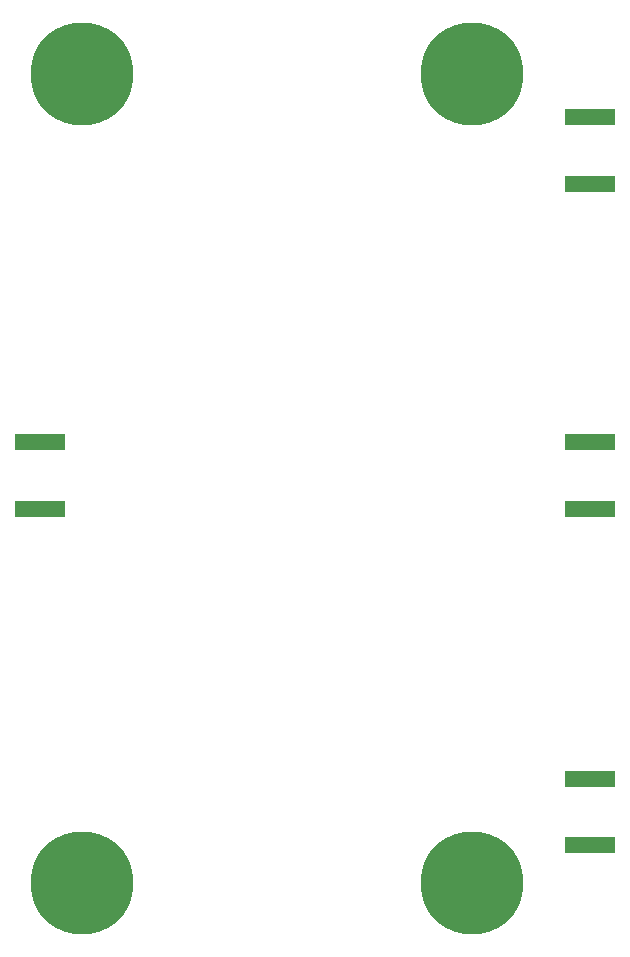
<source format=gbr>
%TF.GenerationSoftware,KiCad,Pcbnew,(5.1.6)-1*%
%TF.CreationDate,2020-10-09T05:29:33-04:00*%
%TF.ProjectId,RFID_PROJECT_3-WAY-SPLITTER,52464944-5f50-4524-9f4a-4543545f332d,B*%
%TF.SameCoordinates,Original*%
%TF.FileFunction,Soldermask,Bot*%
%TF.FilePolarity,Negative*%
%FSLAX46Y46*%
G04 Gerber Fmt 4.6, Leading zero omitted, Abs format (unit mm)*
G04 Created by KiCad (PCBNEW (5.1.6)-1) date 2020-10-09 05:29:33*
%MOMM*%
%LPD*%
G01*
G04 APERTURE LIST*
%ADD10C,1.000000*%
%ADD11C,8.700000*%
%ADD12R,4.300000X1.450000*%
G04 APERTURE END LIST*
D10*
%TO.C,H4*%
X163280419Y-114219581D03*
X161000000Y-113275000D03*
X158719581Y-114219581D03*
X157775000Y-116500000D03*
X158719581Y-118780419D03*
X161000000Y-119725000D03*
X163280419Y-118780419D03*
X164225000Y-116500000D03*
D11*
X161000000Y-116500000D03*
%TD*%
D10*
%TO.C,H3*%
X130280419Y-114219581D03*
X128000000Y-113275000D03*
X125719581Y-114219581D03*
X124775000Y-116500000D03*
X125719581Y-118780419D03*
X128000000Y-119725000D03*
X130280419Y-118780419D03*
X131225000Y-116500000D03*
D11*
X128000000Y-116500000D03*
%TD*%
D10*
%TO.C,H2*%
X163280419Y-45719581D03*
X161000000Y-44775000D03*
X158719581Y-45719581D03*
X157775000Y-48000000D03*
X158719581Y-50280419D03*
X161000000Y-51225000D03*
X163280419Y-50280419D03*
X164225000Y-48000000D03*
D11*
X161000000Y-48000000D03*
%TD*%
D10*
%TO.C,H1*%
X130280419Y-45719581D03*
X128000000Y-44775000D03*
X125719581Y-45719581D03*
X124775000Y-48000000D03*
X125719581Y-50280419D03*
X128000000Y-51225000D03*
X130280419Y-50280419D03*
X131225000Y-48000000D03*
D11*
X128000000Y-48000000D03*
%TD*%
D12*
%TO.C,J1*%
X124500000Y-79175000D03*
X124500000Y-84825000D03*
%TD*%
%TO.C,J2*%
X171030001Y-51675000D03*
X171030001Y-57325000D03*
%TD*%
%TO.C,J3*%
X171030001Y-84825000D03*
X171030001Y-79175000D03*
%TD*%
%TO.C,J4*%
X171030001Y-107675000D03*
X171030001Y-113325000D03*
%TD*%
M02*

</source>
